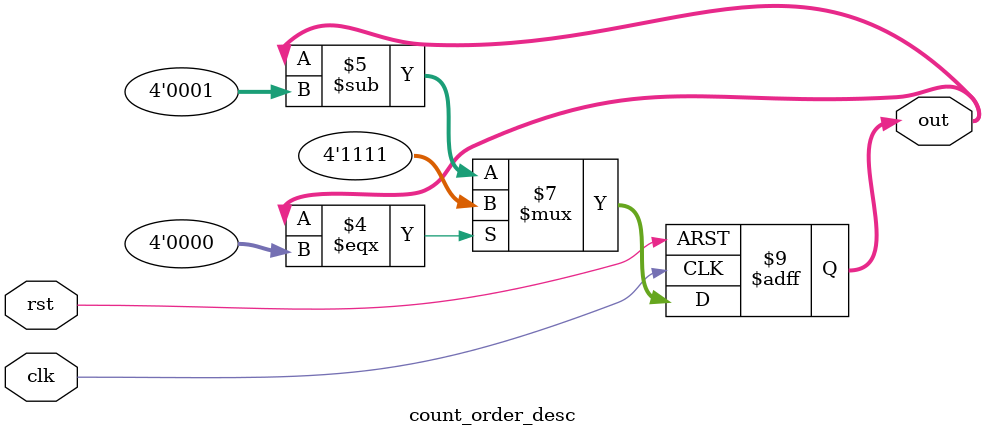
<source format=v>
module count_order_desc (
    input clk, rst,
    output reg [3:0] out
);
    always @(negedge clk or negedge rst) begin
        if (!rst) 
            out <= 4'hF;
        else if(!clk) begin
            if (out === 4'h0)
                out <= 4'hF;
            else
                out <= out - 4'h1;
        end
    end
endmodule
</source>
